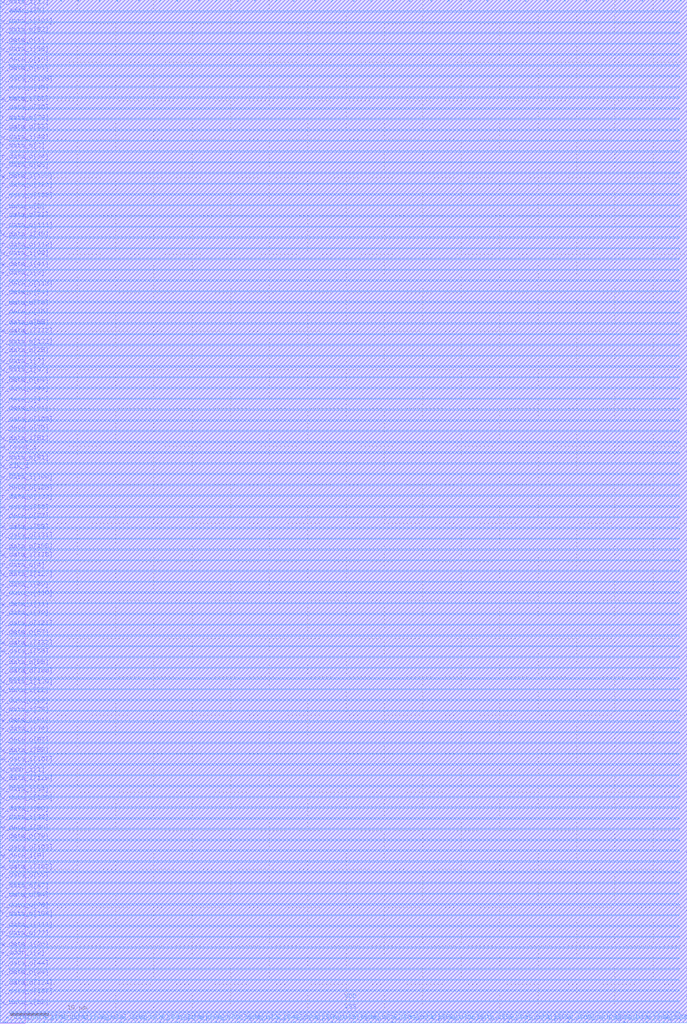
<source format=lef>
VERSION 5.8 ;
BUSBITCHARS "[]" ;
DIVIDERCHAR "/" ;
UNITS
    DATABASE MICRONS 2000 ;
END UNITS

MACRO bsg_mem_p134
  FOREIGN bsg_mem_p134 0 0 ;
  CLASS BLOCK ;
  SIZE 89.41 BY 133.115 ;
  PIN VSS
    USE GROUND ;
    DIRECTION INOUT ;
    PORT
      LAYER metal4 ;
        RECT  1.14 130.115 88.35 130.285 ;
        RECT  1.14 127.315 88.35 127.485 ;
        RECT  1.14 124.515 88.35 124.685 ;
        RECT  1.14 121.715 88.35 121.885 ;
        RECT  1.14 118.915 88.35 119.085 ;
        RECT  1.14 116.115 88.35 116.285 ;
        RECT  1.14 113.315 88.35 113.485 ;
        RECT  1.14 110.515 88.35 110.685 ;
        RECT  1.14 107.715 88.35 107.885 ;
        RECT  1.14 104.915 88.35 105.085 ;
        RECT  1.14 102.115 88.35 102.285 ;
        RECT  1.14 99.315 88.35 99.485 ;
        RECT  1.14 96.515 88.35 96.685 ;
        RECT  1.14 93.715 88.35 93.885 ;
        RECT  1.14 90.915 88.35 91.085 ;
        RECT  1.14 88.115 88.35 88.285 ;
        RECT  1.14 85.315 88.35 85.485 ;
        RECT  1.14 82.515 88.35 82.685 ;
        RECT  1.14 79.715 88.35 79.885 ;
        RECT  1.14 76.915 88.35 77.085 ;
        RECT  1.14 74.115 88.35 74.285 ;
        RECT  1.14 71.315 88.35 71.485 ;
        RECT  1.14 68.515 88.35 68.685 ;
        RECT  1.14 65.715 88.35 65.885 ;
        RECT  1.14 62.915 88.35 63.085 ;
        RECT  1.14 60.115 88.35 60.285 ;
        RECT  1.14 57.315 88.35 57.485 ;
        RECT  1.14 54.515 88.35 54.685 ;
        RECT  1.14 51.715 88.35 51.885 ;
        RECT  1.14 48.915 88.35 49.085 ;
        RECT  1.14 46.115 88.35 46.285 ;
        RECT  1.14 43.315 88.35 43.485 ;
        RECT  1.14 40.515 88.35 40.685 ;
        RECT  1.14 37.715 88.35 37.885 ;
        RECT  1.14 34.915 88.35 35.085 ;
        RECT  1.14 32.115 88.35 32.285 ;
        RECT  1.14 29.315 88.35 29.485 ;
        RECT  1.14 26.515 88.35 26.685 ;
        RECT  1.14 23.715 88.35 23.885 ;
        RECT  1.14 20.915 88.35 21.085 ;
        RECT  1.14 18.115 88.35 18.285 ;
        RECT  1.14 15.315 88.35 15.485 ;
        RECT  1.14 12.515 88.35 12.685 ;
        RECT  1.14 9.715 88.35 9.885 ;
        RECT  1.14 6.915 88.35 7.085 ;
        RECT  1.14 4.115 88.35 4.285 ;
        RECT  1.14 1.315 88.35 1.485 ;
    END
  END VSS
  PIN VDD
    USE POWER ;
    DIRECTION INOUT ;
    PORT
      LAYER metal4 ;
        RECT  1.14 131.515 88.35 131.685 ;
        RECT  1.14 128.715 88.35 128.885 ;
        RECT  1.14 125.915 88.35 126.085 ;
        RECT  1.14 123.115 88.35 123.285 ;
        RECT  1.14 120.315 88.35 120.485 ;
        RECT  1.14 117.515 88.35 117.685 ;
        RECT  1.14 114.715 88.35 114.885 ;
        RECT  1.14 111.915 88.35 112.085 ;
        RECT  1.14 109.115 88.35 109.285 ;
        RECT  1.14 106.315 88.35 106.485 ;
        RECT  1.14 103.515 88.35 103.685 ;
        RECT  1.14 100.715 88.35 100.885 ;
        RECT  1.14 97.915 88.35 98.085 ;
        RECT  1.14 95.115 88.35 95.285 ;
        RECT  1.14 92.315 88.35 92.485 ;
        RECT  1.14 89.515 88.35 89.685 ;
        RECT  1.14 86.715 88.35 86.885 ;
        RECT  1.14 83.915 88.35 84.085 ;
        RECT  1.14 81.115 88.35 81.285 ;
        RECT  1.14 78.315 88.35 78.485 ;
        RECT  1.14 75.515 88.35 75.685 ;
        RECT  1.14 72.715 88.35 72.885 ;
        RECT  1.14 69.915 88.35 70.085 ;
        RECT  1.14 67.115 88.35 67.285 ;
        RECT  1.14 64.315 88.35 64.485 ;
        RECT  1.14 61.515 88.35 61.685 ;
        RECT  1.14 58.715 88.35 58.885 ;
        RECT  1.14 55.915 88.35 56.085 ;
        RECT  1.14 53.115 88.35 53.285 ;
        RECT  1.14 50.315 88.35 50.485 ;
        RECT  1.14 47.515 88.35 47.685 ;
        RECT  1.14 44.715 88.35 44.885 ;
        RECT  1.14 41.915 88.35 42.085 ;
        RECT  1.14 39.115 88.35 39.285 ;
        RECT  1.14 36.315 88.35 36.485 ;
        RECT  1.14 33.515 88.35 33.685 ;
        RECT  1.14 30.715 88.35 30.885 ;
        RECT  1.14 27.915 88.35 28.085 ;
        RECT  1.14 25.115 88.35 25.285 ;
        RECT  1.14 22.315 88.35 22.485 ;
        RECT  1.14 19.515 88.35 19.685 ;
        RECT  1.14 16.715 88.35 16.885 ;
        RECT  1.14 13.915 88.35 14.085 ;
        RECT  1.14 11.115 88.35 11.285 ;
        RECT  1.14 8.315 88.35 8.485 ;
        RECT  1.14 5.515 88.35 5.685 ;
        RECT  1.14 2.715 88.35 2.885 ;
    END
  END VDD
  PIN r_addr_i[0]
    DIRECTION INPUT ;
    USE SIGNAL ;
    PORT
      LAYER metal3 ;
        RECT  0 131.075 0.07 131.145 ;
    END
  END r_addr_i[0]
  PIN r_addr_i[1]
    DIRECTION INPUT ;
    USE SIGNAL ;
    PORT
      LAYER metal4 ;
        RECT  63.305 0 63.445 0.14 ;
    END
  END r_addr_i[1]
  PIN r_addr_i[2]
    DIRECTION INPUT ;
    USE SIGNAL ;
    PORT
      LAYER metal4 ;
        RECT  88.505 132.975 88.645 133.115 ;
    END
  END r_addr_i[2]
  PIN r_data_o[0]
    DIRECTION OUTPUT ;
    USE SIGNAL ;
    PORT
      LAYER metal3 ;
        RECT  89.34 38.675 89.41 38.745 ;
    END
  END r_data_o[0]
  PIN r_data_o[100]
    DIRECTION OUTPUT ;
    USE SIGNAL ;
    PORT
      LAYER metal3 ;
        RECT  0 45.115 0.07 45.185 ;
    END
  END r_data_o[100]
  PIN r_data_o[101]
    DIRECTION OUTPUT ;
    USE SIGNAL ;
    PORT
      LAYER metal3 ;
        RECT  89.34 94.395 89.41 94.465 ;
    END
  END r_data_o[101]
  PIN r_data_o[102]
    DIRECTION OUTPUT ;
    USE SIGNAL ;
    PORT
      LAYER metal3 ;
        RECT  0 106.995 0.07 107.065 ;
    END
  END r_data_o[102]
  PIN r_data_o[103]
    DIRECTION OUTPUT ;
    USE SIGNAL ;
    PORT
      LAYER metal3 ;
        RECT  0 22.155 0.07 22.225 ;
    END
  END r_data_o[103]
  PIN r_data_o[104]
    DIRECTION OUTPUT ;
    USE SIGNAL ;
    PORT
      LAYER metal3 ;
        RECT  0 13.475 0.07 13.545 ;
    END
  END r_data_o[104]
  PIN r_data_o[105]
    DIRECTION OUTPUT ;
    USE SIGNAL ;
    PORT
      LAYER metal3 ;
        RECT  89.34 64.155 89.41 64.225 ;
    END
  END r_data_o[105]
  PIN r_data_o[106]
    DIRECTION OUTPUT ;
    USE SIGNAL ;
    PORT
      LAYER metal3 ;
        RECT  89.34 89.355 89.41 89.425 ;
    END
  END r_data_o[106]
  PIN r_data_o[107]
    DIRECTION OUTPUT ;
    USE SIGNAL ;
    PORT
      LAYER metal3 ;
        RECT  0 3.395 0.07 3.465 ;
    END
  END r_data_o[107]
  PIN r_data_o[108]
    DIRECTION OUTPUT ;
    USE SIGNAL ;
    PORT
      LAYER metal3 ;
        RECT  0 61.355 0.07 61.425 ;
    END
  END r_data_o[108]
  PIN r_data_o[109]
    DIRECTION OUTPUT ;
    USE SIGNAL ;
    PORT
      LAYER metal3 ;
        RECT  0 77.875 0.07 77.945 ;
    END
  END r_data_o[109]
  PIN r_data_o[10]
    DIRECTION OUTPUT ;
    USE SIGNAL ;
    PORT
      LAYER metal3 ;
        RECT  0 124.635 0.07 124.705 ;
    END
  END r_data_o[10]
  PIN r_data_o[110]
    DIRECTION OUTPUT ;
    USE SIGNAL ;
    PORT
      LAYER metal3 ;
        RECT  89.34 48.755 89.41 48.825 ;
    END
  END r_data_o[110]
  PIN r_data_o[111]
    DIRECTION OUTPUT ;
    USE SIGNAL ;
    PORT
      LAYER metal3 ;
        RECT  0 103.075 0.07 103.145 ;
    END
  END r_data_o[111]
  PIN r_data_o[112]
    DIRECTION OUTPUT ;
    USE SIGNAL ;
    PORT
      LAYER metal3 ;
        RECT  0 100.555 0.07 100.625 ;
    END
  END r_data_o[112]
  PIN r_data_o[113]
    DIRECTION OUTPUT ;
    USE SIGNAL ;
    PORT
      LAYER metal3 ;
        RECT  0 95.515 0.07 95.585 ;
    END
  END r_data_o[113]
  PIN r_data_o[114]
    DIRECTION OUTPUT ;
    USE SIGNAL ;
    PORT
      LAYER metal4 ;
        RECT  38.105 132.975 38.245 133.115 ;
    END
  END r_data_o[114]
  PIN r_data_o[115]
    DIRECTION OUTPUT ;
    USE SIGNAL ;
    PORT
      LAYER metal3 ;
        RECT  89.34 45.115 89.41 45.185 ;
    END
  END r_data_o[115]
  PIN r_data_o[116]
    DIRECTION OUTPUT ;
    USE SIGNAL ;
    PORT
      LAYER metal3 ;
        RECT  89.34 120.995 89.41 121.065 ;
    END
  END r_data_o[116]
  PIN r_data_o[117]
    DIRECTION OUTPUT ;
    USE SIGNAL ;
    PORT
      LAYER metal3 ;
        RECT  89.34 96.915 89.41 96.985 ;
    END
  END r_data_o[117]
  PIN r_data_o[118]
    DIRECTION OUTPUT ;
    USE SIGNAL ;
    PORT
      LAYER metal4 ;
        RECT  61.065 132.975 61.205 133.115 ;
    END
  END r_data_o[118]
  PIN r_data_o[119]
    DIRECTION OUTPUT ;
    USE SIGNAL ;
    PORT
      LAYER metal3 ;
        RECT  89.34 103.355 89.41 103.425 ;
    END
  END r_data_o[119]
  PIN r_data_o[11]
    DIRECTION OUTPUT ;
    USE SIGNAL ;
    PORT
      LAYER metal3 ;
        RECT  89.34 115.955 89.41 116.025 ;
    END
  END r_data_o[11]
  PIN r_data_o[120]
    DIRECTION OUTPUT ;
    USE SIGNAL ;
    PORT
      LAYER metal3 ;
        RECT  89.34 124.635 89.41 124.705 ;
    END
  END r_data_o[120]
  PIN r_data_o[121]
    DIRECTION OUTPUT ;
    USE SIGNAL ;
    PORT
      LAYER metal3 ;
        RECT  0 51.275 0.07 51.345 ;
    END
  END r_data_o[121]
  PIN r_data_o[122]
    DIRECTION OUTPUT ;
    USE SIGNAL ;
    PORT
      LAYER metal4 ;
        RECT  45.945 0 46.085 0.14 ;
    END
  END r_data_o[122]
  PIN r_data_o[123]
    DIRECTION OUTPUT ;
    USE SIGNAL ;
    PORT
      LAYER metal3 ;
        RECT  0 108.395 0.07 108.465 ;
    END
  END r_data_o[123]
  PIN r_data_o[124]
    DIRECTION OUTPUT ;
    USE SIGNAL ;
    PORT
      LAYER metal3 ;
        RECT  0 4.515 0.07 4.585 ;
    END
  END r_data_o[124]
  PIN r_data_o[125]
    DIRECTION OUTPUT ;
    USE SIGNAL ;
    PORT
      LAYER metal3 ;
        RECT  0 68.915 0.07 68.985 ;
    END
  END r_data_o[125]
  PIN r_data_o[126]
    DIRECTION OUTPUT ;
    USE SIGNAL ;
    PORT
      LAYER metal4 ;
        RECT  73.945 0 74.085 0.14 ;
    END
  END r_data_o[126]
  PIN r_data_o[127]
    DIRECTION OUTPUT ;
    USE SIGNAL ;
    PORT
      LAYER metal3 ;
        RECT  89.34 98.315 89.41 98.385 ;
    END
  END r_data_o[127]
  PIN r_data_o[128]
    DIRECTION OUTPUT ;
    USE SIGNAL ;
    PORT
      LAYER metal3 ;
        RECT  0 122.115 0.07 122.185 ;
    END
  END r_data_o[128]
  PIN r_data_o[129]
    DIRECTION OUTPUT ;
    USE SIGNAL ;
    PORT
      LAYER metal4 ;
        RECT  2.825 132.975 2.965 133.115 ;
    END
  END r_data_o[129]
  PIN r_data_o[12]
    DIRECTION OUTPUT ;
    USE SIGNAL ;
    PORT
      LAYER metal3 ;
        RECT  89.34 31.115 89.41 31.185 ;
    END
  END r_data_o[12]
  PIN r_data_o[130]
    DIRECTION OUTPUT ;
    USE SIGNAL ;
    PORT
      LAYER metal4 ;
        RECT  76.185 0 76.325 0.14 ;
    END
  END r_data_o[130]
  PIN r_data_o[131]
    DIRECTION OUTPUT ;
    USE SIGNAL ;
    PORT
      LAYER metal3 ;
        RECT  0 62.755 0.07 62.825 ;
    END
  END r_data_o[131]
  PIN r_data_o[132]
    DIRECTION OUTPUT ;
    USE SIGNAL ;
    PORT
      LAYER metal3 ;
        RECT  0 87.955 0.07 88.025 ;
    END
  END r_data_o[132]
  PIN r_data_o[133]
    DIRECTION OUTPUT ;
    USE SIGNAL ;
    PORT
      LAYER metal3 ;
        RECT  0 67.795 0.07 67.865 ;
    END
  END r_data_o[133]
  PIN r_data_o[13]
    DIRECTION OUTPUT ;
    USE SIGNAL ;
    PORT
      LAYER metal3 ;
        RECT  89.34 80.395 89.41 80.465 ;
    END
  END r_data_o[13]
  PIN r_data_o[14]
    DIRECTION OUTPUT ;
    USE SIGNAL ;
    PORT
      LAYER metal4 ;
        RECT  43.145 0 43.285 0.14 ;
    END
  END r_data_o[14]
  PIN r_data_o[15]
    DIRECTION OUTPUT ;
    USE SIGNAL ;
    PORT
      LAYER metal3 ;
        RECT  0 91.875 0.07 91.945 ;
    END
  END r_data_o[15]
  PIN r_data_o[16]
    DIRECTION OUTPUT ;
    USE SIGNAL ;
    PORT
      LAYER metal3 ;
        RECT  89.34 26.075 89.41 26.145 ;
    END
  END r_data_o[16]
  PIN r_data_o[17]
    DIRECTION OUTPUT ;
    USE SIGNAL ;
    PORT
      LAYER metal4 ;
        RECT  7.865 132.975 8.005 133.115 ;
    END
  END r_data_o[17]
  PIN r_data_o[18]
    DIRECTION OUTPUT ;
    USE SIGNAL ;
    PORT
      LAYER metal4 ;
        RECT  45.945 132.975 46.085 133.115 ;
    END
  END r_data_o[18]
  PIN r_data_o[19]
    DIRECTION OUTPUT ;
    USE SIGNAL ;
    PORT
      LAYER metal3 ;
        RECT  89.34 105.875 89.41 105.945 ;
    END
  END r_data_o[19]
  PIN r_data_o[1]
    DIRECTION OUTPUT ;
    USE SIGNAL ;
    PORT
      LAYER metal3 ;
        RECT  0 127.155 0.07 127.225 ;
    END
  END r_data_o[1]
  PIN r_data_o[20]
    DIRECTION OUTPUT ;
    USE SIGNAL ;
    PORT
      LAYER metal4 ;
        RECT  78.985 0 79.125 0.14 ;
    END
  END r_data_o[20]
  PIN r_data_o[21]
    DIRECTION OUTPUT ;
    USE SIGNAL ;
    PORT
      LAYER metal3 ;
        RECT  0 104.475 0.07 104.545 ;
    END
  END r_data_o[21]
  PIN r_data_o[22]
    DIRECTION OUTPUT ;
    USE SIGNAL ;
    PORT
      LAYER metal4 ;
        RECT  76.185 132.975 76.325 133.115 ;
    END
  END r_data_o[22]
  PIN r_data_o[23]
    DIRECTION OUTPUT ;
    USE SIGNAL ;
    PORT
      LAYER metal3 ;
        RECT  0 65.275 0.07 65.345 ;
    END
  END r_data_o[23]
  PIN r_data_o[24]
    DIRECTION OUTPUT ;
    USE SIGNAL ;
    PORT
      LAYER metal3 ;
        RECT  0 5.915 0.07 5.985 ;
    END
  END r_data_o[24]
  PIN r_data_o[25]
    DIRECTION OUTPUT ;
    USE SIGNAL ;
    PORT
      LAYER metal3 ;
        RECT  0 41.195 0.07 41.265 ;
    END
  END r_data_o[25]
  PIN r_data_o[26]
    DIRECTION OUTPUT ;
    USE SIGNAL ;
    PORT
      LAYER metal3 ;
        RECT  89.34 52.675 89.41 52.745 ;
    END
  END r_data_o[26]
  PIN r_data_o[27]
    DIRECTION OUTPUT ;
    USE SIGNAL ;
    PORT
      LAYER metal4 ;
        RECT  10.105 132.975 10.245 133.115 ;
    END
  END r_data_o[27]
  PIN r_data_o[28]
    DIRECTION OUTPUT ;
    USE SIGNAL ;
    PORT
      LAYER metal3 ;
        RECT  89.34 72.835 89.41 72.905 ;
    END
  END r_data_o[28]
  PIN r_data_o[29]
    DIRECTION OUTPUT ;
    USE SIGNAL ;
    PORT
      LAYER metal3 ;
        RECT  89.34 37.555 89.41 37.625 ;
    END
  END r_data_o[29]
  PIN r_data_o[2]
    DIRECTION OUTPUT ;
    USE SIGNAL ;
    PORT
      LAYER metal4 ;
        RECT  10.665 0 10.805 0.14 ;
    END
  END r_data_o[2]
  PIN r_data_o[30]
    DIRECTION OUTPUT ;
    USE SIGNAL ;
    PORT
      LAYER metal3 ;
        RECT  0 118.475 0.07 118.545 ;
    END
  END r_data_o[30]
  PIN r_data_o[31]
    DIRECTION OUTPUT ;
    USE SIGNAL ;
    PORT
      LAYER metal4 ;
        RECT  22.985 132.975 23.125 133.115 ;
    END
  END r_data_o[31]
  PIN r_data_o[32]
    DIRECTION OUTPUT ;
    USE SIGNAL ;
    PORT
      LAYER metal4 ;
        RECT  30.825 0 30.965 0.14 ;
    END
  END r_data_o[32]
  PIN r_data_o[33]
    DIRECTION OUTPUT ;
    USE SIGNAL ;
    PORT
      LAYER metal3 ;
        RECT  0 115.955 0.07 116.025 ;
    END
  END r_data_o[33]
  PIN r_data_o[34]
    DIRECTION OUTPUT ;
    USE SIGNAL ;
    PORT
      LAYER metal3 ;
        RECT  0 112.035 0.07 112.105 ;
    END
  END r_data_o[34]
  PIN r_data_o[35]
    DIRECTION OUTPUT ;
    USE SIGNAL ;
    PORT
      LAYER metal3 ;
        RECT  0 86.835 0.07 86.905 ;
    END
  END r_data_o[35]
  PIN r_data_o[36]
    DIRECTION OUTPUT ;
    USE SIGNAL ;
    PORT
      LAYER metal4 ;
        RECT  71.145 132.975 71.285 133.115 ;
    END
  END r_data_o[36]
  PIN r_data_o[37]
    DIRECTION OUTPUT ;
    USE SIGNAL ;
    PORT
      LAYER metal4 ;
        RECT  40.905 0 41.045 0.14 ;
    END
  END r_data_o[37]
  PIN r_data_o[38]
    DIRECTION OUTPUT ;
    USE SIGNAL ;
    PORT
      LAYER metal3 ;
        RECT  89.34 60.235 89.41 60.305 ;
    END
  END r_data_o[38]
  PIN r_data_o[39]
    DIRECTION OUTPUT ;
    USE SIGNAL ;
    PORT
      LAYER metal3 ;
        RECT  89.34 36.155 89.41 36.225 ;
    END
  END r_data_o[39]
  PIN r_data_o[3]
    DIRECTION OUTPUT ;
    USE SIGNAL ;
    PORT
      LAYER metal3 ;
        RECT  0 113.435 0.07 113.505 ;
    END
  END r_data_o[3]
  PIN r_data_o[40]
    DIRECTION OUTPUT ;
    USE SIGNAL ;
    PORT
      LAYER metal3 ;
        RECT  0 80.395 0.07 80.465 ;
    END
  END r_data_o[40]
  PIN r_data_o[41]
    DIRECTION OUTPUT ;
    USE SIGNAL ;
    PORT
      LAYER metal3 ;
        RECT  89.34 95.515 89.41 95.585 ;
    END
  END r_data_o[41]
  PIN r_data_o[42]
    DIRECTION OUTPUT ;
    USE SIGNAL ;
    PORT
      LAYER metal4 ;
        RECT  81.225 132.975 81.365 133.115 ;
    END
  END r_data_o[42]
  PIN r_data_o[43]
    DIRECTION OUTPUT ;
    USE SIGNAL ;
    PORT
      LAYER metal3 ;
        RECT  0 81.795 0.07 81.865 ;
    END
  END r_data_o[43]
  PIN r_data_o[44]
    DIRECTION OUTPUT ;
    USE SIGNAL ;
    PORT
      LAYER metal3 ;
        RECT  0 7.035 0.07 7.105 ;
    END
  END r_data_o[44]
  PIN r_data_o[45]
    DIRECTION OUTPUT ;
    USE SIGNAL ;
    PORT
      LAYER metal3 ;
        RECT  0 120.995 0.07 121.065 ;
    END
  END r_data_o[45]
  PIN r_data_o[46]
    DIRECTION OUTPUT ;
    USE SIGNAL ;
    PORT
      LAYER metal3 ;
        RECT  89.34 58.835 89.41 58.905 ;
    END
  END r_data_o[46]
  PIN r_data_o[47]
    DIRECTION OUTPUT ;
    USE SIGNAL ;
    PORT
      LAYER metal3 ;
        RECT  0 17.115 0.07 17.185 ;
    END
  END r_data_o[47]
  PIN r_data_o[48]
    DIRECTION OUTPUT ;
    USE SIGNAL ;
    PORT
      LAYER metal4 ;
        RECT  20.745 0 20.885 0.14 ;
    END
  END r_data_o[48]
  PIN r_data_o[49]
    DIRECTION OUTPUT ;
    USE SIGNAL ;
    PORT
      LAYER metal4 ;
        RECT  35.865 132.975 36.005 133.115 ;
    END
  END r_data_o[49]
  PIN r_data_o[4]
    DIRECTION OUTPUT ;
    USE SIGNAL ;
    PORT
      LAYER metal3 ;
        RECT  0 58.835 0.07 58.905 ;
    END
  END r_data_o[4]
  PIN r_data_o[50]
    DIRECTION OUTPUT ;
    USE SIGNAL ;
    PORT
      LAYER metal3 ;
        RECT  89.34 112.035 89.41 112.105 ;
    END
  END r_data_o[50]
  PIN r_data_o[51]
    DIRECTION OUTPUT ;
    USE SIGNAL ;
    PORT
      LAYER metal3 ;
        RECT  0 72.835 0.07 72.905 ;
    END
  END r_data_o[51]
  PIN r_data_o[52]
    DIRECTION OUTPUT ;
    USE SIGNAL ;
    PORT
      LAYER metal3 ;
        RECT  89.34 32.515 89.41 32.585 ;
    END
  END r_data_o[52]
  PIN r_data_o[53]
    DIRECTION OUTPUT ;
    USE SIGNAL ;
    PORT
      LAYER metal3 ;
        RECT  89.34 12.075 89.41 12.145 ;
    END
  END r_data_o[53]
  PIN r_data_o[54]
    DIRECTION OUTPUT ;
    USE SIGNAL ;
    PORT
      LAYER metal3 ;
        RECT  0 94.395 0.07 94.465 ;
    END
  END r_data_o[54]
  PIN r_data_o[55]
    DIRECTION OUTPUT ;
    USE SIGNAL ;
    PORT
      LAYER metal3 ;
        RECT  0 18.515 0.07 18.585 ;
    END
  END r_data_o[55]
  PIN r_data_o[56]
    DIRECTION OUTPUT ;
    USE SIGNAL ;
    PORT
      LAYER metal4 ;
        RECT  56.025 0 56.165 0.14 ;
    END
  END r_data_o[56]
  PIN r_data_o[57]
    DIRECTION OUTPUT ;
    USE SIGNAL ;
    PORT
      LAYER metal3 ;
        RECT  0 50.155 0.07 50.225 ;
    END
  END r_data_o[57]
  PIN r_data_o[58]
    DIRECTION OUTPUT ;
    USE SIGNAL ;
    PORT
      LAYER metal4 ;
        RECT  53.225 0 53.365 0.14 ;
    END
  END r_data_o[58]
  PIN r_data_o[59]
    DIRECTION OUTPUT ;
    USE SIGNAL ;
    PORT
      LAYER metal3 ;
        RECT  89.34 100.835 89.41 100.905 ;
    END
  END r_data_o[59]
  PIN r_data_o[5]
    DIRECTION OUTPUT ;
    USE SIGNAL ;
    PORT
      LAYER metal3 ;
        RECT  89.34 41.195 89.41 41.265 ;
    END
  END r_data_o[5]
  PIN r_data_o[60]
    DIRECTION OUTPUT ;
    USE SIGNAL ;
    PORT
      LAYER metal3 ;
        RECT  89.34 129.675 89.41 129.745 ;
    END
  END r_data_o[60]
  PIN r_data_o[61]
    DIRECTION OUTPUT ;
    USE SIGNAL ;
    PORT
      LAYER metal3 ;
        RECT  0 79.275 0.07 79.345 ;
    END
  END r_data_o[61]
  PIN r_data_o[62]
    DIRECTION OUTPUT ;
    USE SIGNAL ;
    PORT
      LAYER metal3 ;
        RECT  0 128.555 0.07 128.625 ;
    END
  END r_data_o[62]
  PIN r_data_o[63]
    DIRECTION OUTPUT ;
    USE SIGNAL ;
    PORT
      LAYER metal4 ;
        RECT  25.785 132.975 25.925 133.115 ;
    END
  END r_data_o[63]
  PIN r_data_o[64]
    DIRECTION OUTPUT ;
    USE SIGNAL ;
    PORT
      LAYER metal4 ;
        RECT  28.025 0 28.165 0.14 ;
    END
  END r_data_o[64]
  PIN r_data_o[65]
    DIRECTION OUTPUT ;
    USE SIGNAL ;
    PORT
      LAYER metal3 ;
        RECT  0 90.475 0.07 90.545 ;
    END
  END r_data_o[65]
  PIN r_data_o[66]
    DIRECTION OUTPUT ;
    USE SIGNAL ;
    PORT
      LAYER metal3 ;
        RECT  89.34 15.995 89.41 16.065 ;
    END
  END r_data_o[66]
  PIN r_data_o[67]
    DIRECTION OUTPUT ;
    USE SIGNAL ;
    PORT
      LAYER metal3 ;
        RECT  89.34 27.475 89.41 27.545 ;
    END
  END r_data_o[67]
  PIN r_data_o[68]
    DIRECTION OUTPUT ;
    USE SIGNAL ;
    PORT
      LAYER metal4 ;
        RECT  66.105 132.975 66.245 133.115 ;
    END
  END r_data_o[68]
  PIN r_data_o[69]
    DIRECTION OUTPUT ;
    USE SIGNAL ;
    PORT
      LAYER metal4 ;
        RECT  71.145 0 71.285 0.14 ;
    END
  END r_data_o[69]
  PIN r_data_o[6]
    DIRECTION OUTPUT ;
    USE SIGNAL ;
    PORT
      LAYER metal3 ;
        RECT  89.34 40.075 89.41 40.145 ;
    END
  END r_data_o[6]
  PIN r_data_o[70]
    DIRECTION OUTPUT ;
    USE SIGNAL ;
    PORT
      LAYER metal3 ;
        RECT  0 92.995 0.07 93.065 ;
    END
  END r_data_o[70]
  PIN r_data_o[71]
    DIRECTION OUTPUT ;
    USE SIGNAL ;
    PORT
      LAYER metal3 ;
        RECT  89.34 53.795 89.41 53.865 ;
    END
  END r_data_o[71]
  PIN r_data_o[72]
    DIRECTION OUTPUT ;
    USE SIGNAL ;
    PORT
      LAYER metal3 ;
        RECT  89.34 46.235 89.41 46.305 ;
    END
  END r_data_o[72]
  PIN r_data_o[73]
    DIRECTION OUTPUT ;
    USE SIGNAL ;
    PORT
      LAYER metal3 ;
        RECT  89.34 0.875 89.41 0.945 ;
    END
  END r_data_o[73]
  PIN r_data_o[74]
    DIRECTION OUTPUT ;
    USE SIGNAL ;
    PORT
      LAYER metal4 ;
        RECT  78.425 132.975 78.565 133.115 ;
    END
  END r_data_o[74]
  PIN r_data_o[75]
    DIRECTION OUTPUT ;
    USE SIGNAL ;
    PORT
      LAYER metal3 ;
        RECT  0 76.755 0.07 76.825 ;
    END
  END r_data_o[75]
  PIN r_data_o[76]
    DIRECTION OUTPUT ;
    USE SIGNAL ;
    PORT
      LAYER metal3 ;
        RECT  0 14.595 0.07 14.665 ;
    END
  END r_data_o[76]
  PIN r_data_o[77]
    DIRECTION OUTPUT ;
    USE SIGNAL ;
    PORT
      LAYER metal3 ;
        RECT  0 10.955 0.07 11.025 ;
    END
  END r_data_o[77]
  PIN r_data_o[78]
    DIRECTION OUTPUT ;
    USE SIGNAL ;
    PORT
      LAYER metal3 ;
        RECT  0 117.075 0.07 117.145 ;
    END
  END r_data_o[78]
  PIN r_data_o[79]
    DIRECTION OUTPUT ;
    USE SIGNAL ;
    PORT
      LAYER metal3 ;
        RECT  0 23.555 0.07 23.625 ;
    END
  END r_data_o[79]
  PIN r_data_o[7]
    DIRECTION OUTPUT ;
    USE SIGNAL ;
    PORT
      LAYER metal3 ;
        RECT  89.34 21.035 89.41 21.105 ;
    END
  END r_data_o[7]
  PIN r_data_o[80]
    DIRECTION OUTPUT ;
    USE SIGNAL ;
    PORT
      LAYER metal3 ;
        RECT  89.34 47.635 89.41 47.705 ;
    END
  END r_data_o[80]
  PIN r_data_o[81]
    DIRECTION OUTPUT ;
    USE SIGNAL ;
    PORT
      LAYER metal3 ;
        RECT  0 123.515 0.07 123.585 ;
    END
  END r_data_o[81]
  PIN r_data_o[82]
    DIRECTION OUTPUT ;
    USE SIGNAL ;
    PORT
      LAYER metal4 ;
        RECT  12.905 132.975 13.045 133.115 ;
    END
  END r_data_o[82]
  PIN r_data_o[83]
    DIRECTION OUTPUT ;
    USE SIGNAL ;
    PORT
      LAYER metal3 ;
        RECT  89.34 92.995 89.41 93.065 ;
    END
  END r_data_o[83]
  PIN r_data_o[84]
    DIRECTION OUTPUT ;
    USE SIGNAL ;
    PORT
      LAYER metal3 ;
        RECT  0 82.915 0.07 82.985 ;
    END
  END r_data_o[84]
  PIN r_data_o[85]
    DIRECTION OUTPUT ;
    USE SIGNAL ;
    PORT
      LAYER metal3 ;
        RECT  0 110.915 0.07 110.985 ;
    END
  END r_data_o[85]
  PIN r_data_o[86]
    DIRECTION OUTPUT ;
    USE SIGNAL ;
    PORT
      LAYER metal3 ;
        RECT  89.34 10.955 89.41 11.025 ;
    END
  END r_data_o[86]
  PIN r_data_o[87]
    DIRECTION OUTPUT ;
    USE SIGNAL ;
    PORT
      LAYER metal3 ;
        RECT  89.34 99.435 89.41 99.505 ;
    END
  END r_data_o[87]
  PIN r_data_o[88]
    DIRECTION OUTPUT ;
    USE SIGNAL ;
    PORT
      LAYER metal4 ;
        RECT  22.985 0 23.125 0.14 ;
    END
  END r_data_o[88]
  PIN r_data_o[89]
    DIRECTION OUTPUT ;
    USE SIGNAL ;
    PORT
      LAYER metal3 ;
        RECT  89.34 51.275 89.41 51.345 ;
    END
  END r_data_o[89]
  PIN r_data_o[8]
    DIRECTION OUTPUT ;
    USE SIGNAL ;
    PORT
      LAYER metal3 ;
        RECT  0 105.595 0.07 105.665 ;
    END
  END r_data_o[8]
  PIN r_data_o[90]
    DIRECTION OUTPUT ;
    USE SIGNAL ;
    PORT
      LAYER metal3 ;
        RECT  89.34 82.915 89.41 82.985 ;
    END
  END r_data_o[90]
  PIN r_data_o[91]
    DIRECTION OUTPUT ;
    USE SIGNAL ;
    PORT
      LAYER metal3 ;
        RECT  89.34 74.235 89.41 74.305 ;
    END
  END r_data_o[91]
  PIN r_data_o[92]
    DIRECTION OUTPUT ;
    USE SIGNAL ;
    PORT
      LAYER metal3 ;
        RECT  89.34 119.595 89.41 119.665 ;
    END
  END r_data_o[92]
  PIN r_data_o[93]
    DIRECTION OUTPUT ;
    USE SIGNAL ;
    PORT
      LAYER metal3 ;
        RECT  89.34 71.715 89.41 71.785 ;
    END
  END r_data_o[93]
  PIN r_data_o[94]
    DIRECTION OUTPUT ;
    USE SIGNAL ;
    PORT
      LAYER metal3 ;
        RECT  0 15.995 0.07 16.065 ;
    END
  END r_data_o[94]
  PIN r_data_o[95]
    DIRECTION OUTPUT ;
    USE SIGNAL ;
    PORT
      LAYER metal3 ;
        RECT  89.34 91.875 89.41 91.945 ;
    END
  END r_data_o[95]
  PIN r_data_o[96]
    DIRECTION OUTPUT ;
    USE SIGNAL ;
    PORT
      LAYER metal3 ;
        RECT  0 46.235 0.07 46.305 ;
    END
  END r_data_o[96]
  PIN r_data_o[97]
    DIRECTION OUTPUT ;
    USE SIGNAL ;
    PORT
      LAYER metal3 ;
        RECT  0 36.155 0.07 36.225 ;
    END
  END r_data_o[97]
  PIN r_data_o[98]
    DIRECTION OUTPUT ;
    USE SIGNAL ;
    PORT
      LAYER metal3 ;
        RECT  89.34 5.915 89.41 5.985 ;
    END
  END r_data_o[98]
  PIN r_data_o[99]
    DIRECTION OUTPUT ;
    USE SIGNAL ;
    PORT
      LAYER metal4 ;
        RECT  68.345 0 68.485 0.14 ;
    END
  END r_data_o[99]
  PIN r_data_o[9]
    DIRECTION OUTPUT ;
    USE SIGNAL ;
    PORT
      LAYER metal4 ;
        RECT  58.265 132.975 58.405 133.115 ;
    END
  END r_data_o[9]
  PIN r_v_i
    DIRECTION INPUT ;
    USE SIGNAL ;
    PORT
      LAYER metal3 ;
        RECT  89.34 90.475 89.41 90.545 ;
    END
  END r_v_i
  PIN w_addr_i[0]
    DIRECTION INPUT ;
    USE SIGNAL ;
    PORT
      LAYER metal3 ;
        RECT  89.34 29.995 89.41 30.065 ;
    END
  END w_addr_i[0]
  PIN w_addr_i[1]
    DIRECTION INPUT ;
    USE SIGNAL ;
    PORT
      LAYER metal3 ;
        RECT  0 32.235 0.07 32.305 ;
    END
  END w_addr_i[1]
  PIN w_addr_i[2]
    DIRECTION INPUT ;
    USE SIGNAL ;
    PORT
      LAYER metal3 ;
        RECT  0 8.435 0.07 8.505 ;
    END
  END w_addr_i[2]
  PIN w_clk_i
    DIRECTION INPUT ;
    USE SIGNAL ;
    PORT
      LAYER metal3 ;
        RECT  0 71.715 0.07 71.785 ;
    END
  END w_clk_i
  PIN w_data_i[0]
    DIRECTION INPUT ;
    USE SIGNAL ;
    PORT
      LAYER metal4 ;
        RECT  58.265 0 58.405 0.14 ;
    END
  END w_data_i[0]
  PIN w_data_i[100]
    DIRECTION INPUT ;
    USE SIGNAL ;
    PORT
      LAYER metal3 ;
        RECT  0 70.315 0.07 70.385 ;
    END
  END w_data_i[100]
  PIN w_data_i[101]
    DIRECTION INPUT ;
    USE SIGNAL ;
    PORT
      LAYER metal3 ;
        RECT  0 129.675 0.07 129.745 ;
    END
  END w_data_i[101]
  PIN w_data_i[102]
    DIRECTION INPUT ;
    USE SIGNAL ;
    PORT
      LAYER metal3 ;
        RECT  0 19.635 0.07 19.705 ;
    END
  END w_data_i[102]
  PIN w_data_i[103]
    DIRECTION INPUT ;
    USE SIGNAL ;
    PORT
      LAYER metal3 ;
        RECT  89.34 7.035 89.41 7.105 ;
    END
  END w_data_i[103]
  PIN w_data_i[104]
    DIRECTION INPUT ;
    USE SIGNAL ;
    PORT
      LAYER metal3 ;
        RECT  89.34 57.715 89.41 57.785 ;
    END
  END w_data_i[104]
  PIN w_data_i[105]
    DIRECTION INPUT ;
    USE SIGNAL ;
    PORT
      LAYER metal3 ;
        RECT  89.34 70.315 89.41 70.385 ;
    END
  END w_data_i[105]
  PIN w_data_i[106]
    DIRECTION INPUT ;
    USE SIGNAL ;
    PORT
      LAYER metal4 ;
        RECT  48.185 132.975 48.325 133.115 ;
    END
  END w_data_i[106]
  PIN w_data_i[107]
    DIRECTION INPUT ;
    USE SIGNAL ;
    PORT
      LAYER metal3 ;
        RECT  0 33.635 0.07 33.705 ;
    END
  END w_data_i[107]
  PIN w_data_i[108]
    DIRECTION INPUT ;
    USE SIGNAL ;
    PORT
      LAYER metal4 ;
        RECT  20.745 132.975 20.885 133.115 ;
    END
  END w_data_i[108]
  PIN w_data_i[109]
    DIRECTION INPUT ;
    USE SIGNAL ;
    PORT
      LAYER metal3 ;
        RECT  89.34 69.195 89.41 69.265 ;
    END
  END w_data_i[109]
  PIN w_data_i[10]
    DIRECTION INPUT ;
    USE SIGNAL ;
    PORT
      LAYER metal3 ;
        RECT  89.34 117.075 89.41 117.145 ;
    END
  END w_data_i[10]
  PIN w_data_i[110]
    DIRECTION INPUT ;
    USE SIGNAL ;
    PORT
      LAYER metal3 ;
        RECT  89.34 61.355 89.41 61.425 ;
    END
  END w_data_i[110]
  PIN w_data_i[111]
    DIRECTION INPUT ;
    USE SIGNAL ;
    PORT
      LAYER metal3 ;
        RECT  0 12.075 0.07 12.145 ;
    END
  END w_data_i[111]
  PIN w_data_i[112]
    DIRECTION INPUT ;
    USE SIGNAL ;
    PORT
      LAYER metal3 ;
        RECT  0 89.355 0.07 89.425 ;
    END
  END w_data_i[112]
  PIN w_data_i[113]
    DIRECTION INPUT ;
    USE SIGNAL ;
    PORT
      LAYER metal3 ;
        RECT  89.34 33.635 89.41 33.705 ;
    END
  END w_data_i[113]
  PIN w_data_i[114]
    DIRECTION INPUT ;
    USE SIGNAL ;
    PORT
      LAYER metal3 ;
        RECT  89.34 126.035 89.41 126.105 ;
    END
  END w_data_i[114]
  PIN w_data_i[115]
    DIRECTION INPUT ;
    USE SIGNAL ;
    PORT
      LAYER metal3 ;
        RECT  89.34 22.155 89.41 22.225 ;
    END
  END w_data_i[115]
  PIN w_data_i[116]
    DIRECTION INPUT ;
    USE SIGNAL ;
    PORT
      LAYER metal4 ;
        RECT  17.945 132.975 18.085 133.115 ;
    END
  END w_data_i[116]
  PIN w_data_i[117]
    DIRECTION INPUT ;
    USE SIGNAL ;
    PORT
      LAYER metal4 ;
        RECT  17.945 0 18.085 0.14 ;
    END
  END w_data_i[117]
  PIN w_data_i[118]
    DIRECTION INPUT ;
    USE SIGNAL ;
    PORT
      LAYER metal3 ;
        RECT  0 60.235 0.07 60.305 ;
    END
  END w_data_i[118]
  PIN w_data_i[119]
    DIRECTION INPUT ;
    USE SIGNAL ;
    PORT
      LAYER metal3 ;
        RECT  0 55.195 0.07 55.265 ;
    END
  END w_data_i[119]
  PIN w_data_i[11]
    DIRECTION INPUT ;
    USE SIGNAL ;
    PORT
      LAYER metal3 ;
        RECT  0 53.795 0.07 53.865 ;
    END
  END w_data_i[11]
  PIN w_data_i[120]
    DIRECTION INPUT ;
    USE SIGNAL ;
    PORT
      LAYER metal3 ;
        RECT  0 28.595 0.07 28.665 ;
    END
  END w_data_i[120]
  PIN w_data_i[121]
    DIRECTION INPUT ;
    USE SIGNAL ;
    PORT
      LAYER metal3 ;
        RECT  89.34 24.675 89.41 24.745 ;
    END
  END w_data_i[121]
  PIN w_data_i[122]
    DIRECTION INPUT ;
    USE SIGNAL ;
    PORT
      LAYER metal4 ;
        RECT  50.985 132.975 51.125 133.115 ;
    END
  END w_data_i[122]
  PIN w_data_i[123]
    DIRECTION INPUT ;
    USE SIGNAL ;
    PORT
      LAYER metal3 ;
        RECT  89.34 110.915 89.41 110.985 ;
    END
  END w_data_i[123]
  PIN w_data_i[124]
    DIRECTION INPUT ;
    USE SIGNAL ;
    PORT
      LAYER metal3 ;
        RECT  89.34 84.315 89.41 84.385 ;
    END
  END w_data_i[124]
  PIN w_data_i[125]
    DIRECTION INPUT ;
    USE SIGNAL ;
    PORT
      LAYER metal4 ;
        RECT  40.905 132.975 41.045 133.115 ;
    END
  END w_data_i[125]
  PIN w_data_i[126]
    DIRECTION INPUT ;
    USE SIGNAL ;
    PORT
      LAYER metal4 ;
        RECT  53.225 132.975 53.365 133.115 ;
    END
  END w_data_i[126]
  PIN w_data_i[127]
    DIRECTION INPUT ;
    USE SIGNAL ;
    PORT
      LAYER metal3 ;
        RECT  0 57.715 0.07 57.785 ;
    END
  END w_data_i[127]
  PIN w_data_i[128]
    DIRECTION INPUT ;
    USE SIGNAL ;
    PORT
      LAYER metal4 ;
        RECT  28.025 132.975 28.165 133.115 ;
    END
  END w_data_i[128]
  PIN w_data_i[129]
    DIRECTION INPUT ;
    USE SIGNAL ;
    PORT
      LAYER metal3 ;
        RECT  0 31.115 0.07 31.185 ;
    END
  END w_data_i[129]
  PIN w_data_i[12]
    DIRECTION INPUT ;
    USE SIGNAL ;
    PORT
      LAYER metal3 ;
        RECT  89.34 128.555 89.41 128.625 ;
    END
  END w_data_i[12]
  PIN w_data_i[130]
    DIRECTION INPUT ;
    USE SIGNAL ;
    PORT
      LAYER metal3 ;
        RECT  0 43.715 0.07 43.785 ;
    END
  END w_data_i[130]
  PIN w_data_i[131]
    DIRECTION INPUT ;
    USE SIGNAL ;
    PORT
      LAYER metal4 ;
        RECT  5.065 132.975 5.205 133.115 ;
    END
  END w_data_i[131]
  PIN w_data_i[132]
    DIRECTION INPUT ;
    USE SIGNAL ;
    PORT
      LAYER metal3 ;
        RECT  0 48.755 0.07 48.825 ;
    END
  END w_data_i[132]
  PIN w_data_i[133]
    DIRECTION INPUT ;
    USE SIGNAL ;
    PORT
      LAYER metal3 ;
        RECT  0 109.515 0.07 109.585 ;
    END
  END w_data_i[133]
  PIN w_data_i[13]
    DIRECTION INPUT ;
    USE SIGNAL ;
    PORT
      LAYER metal3 ;
        RECT  89.34 85.435 89.41 85.505 ;
    END
  END w_data_i[13]
  PIN w_data_i[14]
    DIRECTION INPUT ;
    USE SIGNAL ;
    PORT
      LAYER metal3 ;
        RECT  89.34 81.795 89.41 81.865 ;
    END
  END w_data_i[14]
  PIN w_data_i[15]
    DIRECTION INPUT ;
    USE SIGNAL ;
    PORT
      LAYER metal3 ;
        RECT  89.34 4.515 89.41 4.585 ;
    END
  END w_data_i[15]
  PIN w_data_i[16]
    DIRECTION INPUT ;
    USE SIGNAL ;
    PORT
      LAYER metal3 ;
        RECT  89.34 76.755 89.41 76.825 ;
    END
  END w_data_i[16]
  PIN w_data_i[17]
    DIRECTION INPUT ;
    USE SIGNAL ;
    PORT
      LAYER metal3 ;
        RECT  89.34 55.195 89.41 55.265 ;
    END
  END w_data_i[17]
  PIN w_data_i[18]
    DIRECTION INPUT ;
    USE SIGNAL ;
    PORT
      LAYER metal3 ;
        RECT  89.34 28.595 89.41 28.665 ;
    END
  END w_data_i[18]
  PIN w_data_i[19]
    DIRECTION INPUT ;
    USE SIGNAL ;
    PORT
      LAYER metal4 ;
        RECT  83.465 132.975 83.605 133.115 ;
    END
  END w_data_i[19]
  PIN w_data_i[1]
    DIRECTION INPUT ;
    USE SIGNAL ;
    PORT
      LAYER metal3 ;
        RECT  89.34 113.435 89.41 113.505 ;
    END
  END w_data_i[1]
  PIN w_data_i[20]
    DIRECTION INPUT ;
    USE SIGNAL ;
    PORT
      LAYER metal4 ;
        RECT  86.265 0 86.405 0.14 ;
    END
  END w_data_i[20]
  PIN w_data_i[21]
    DIRECTION INPUT ;
    USE SIGNAL ;
    PORT
      LAYER metal3 ;
        RECT  89.34 18.515 89.41 18.585 ;
    END
  END w_data_i[21]
  PIN w_data_i[22]
    DIRECTION INPUT ;
    USE SIGNAL ;
    PORT
      LAYER metal3 ;
        RECT  0 42.595 0.07 42.665 ;
    END
  END w_data_i[22]
  PIN w_data_i[23]
    DIRECTION INPUT ;
    USE SIGNAL ;
    PORT
      LAYER metal3 ;
        RECT  0 132.195 0.07 132.265 ;
    END
  END w_data_i[23]
  PIN w_data_i[24]
    DIRECTION INPUT ;
    USE SIGNAL ;
    PORT
      LAYER metal4 ;
        RECT  84.025 0 84.165 0.14 ;
    END
  END w_data_i[24]
  PIN w_data_i[25]
    DIRECTION INPUT ;
    USE SIGNAL ;
    PORT
      LAYER metal4 ;
        RECT  15.705 0 15.845 0.14 ;
    END
  END w_data_i[25]
  PIN w_data_i[26]
    DIRECTION INPUT ;
    USE SIGNAL ;
    PORT
      LAYER metal3 ;
        RECT  0 9.555 0.07 9.625 ;
    END
  END w_data_i[26]
  PIN w_data_i[27]
    DIRECTION INPUT ;
    USE SIGNAL ;
    PORT
      LAYER metal3 ;
        RECT  89.34 79.275 89.41 79.345 ;
    END
  END w_data_i[27]
  PIN w_data_i[28]
    DIRECTION INPUT ;
    USE SIGNAL ;
    PORT
      LAYER metal3 ;
        RECT  89.34 108.395 89.41 108.465 ;
    END
  END w_data_i[28]
  PIN w_data_i[29]
    DIRECTION INPUT ;
    USE SIGNAL ;
    PORT
      LAYER metal4 ;
        RECT  61.065 0 61.205 0.14 ;
    END
  END w_data_i[29]
  PIN w_data_i[2]
    DIRECTION INPUT ;
    USE SIGNAL ;
    PORT
      LAYER metal3 ;
        RECT  89.34 127.155 89.41 127.225 ;
    END
  END w_data_i[2]
  PIN w_data_i[30]
    DIRECTION INPUT ;
    USE SIGNAL ;
    PORT
      LAYER metal3 ;
        RECT  89.34 67.795 89.41 67.865 ;
    END
  END w_data_i[30]
  PIN w_data_i[31]
    DIRECTION INPUT ;
    USE SIGNAL ;
    PORT
      LAYER metal3 ;
        RECT  89.34 17.115 89.41 17.185 ;
    END
  END w_data_i[31]
  PIN w_data_i[32]
    DIRECTION INPUT ;
    USE SIGNAL ;
    PORT
      LAYER metal3 ;
        RECT  89.34 131.075 89.41 131.145 ;
    END
  END w_data_i[32]
  PIN w_data_i[33]
    DIRECTION INPUT ;
    USE SIGNAL ;
    PORT
      LAYER metal3 ;
        RECT  89.34 14.595 89.41 14.665 ;
    END
  END w_data_i[33]
  PIN w_data_i[34]
    DIRECTION INPUT ;
    USE SIGNAL ;
    PORT
      LAYER metal4 ;
        RECT  48.185 0 48.325 0.14 ;
    END
  END w_data_i[34]
  PIN w_data_i[35]
    DIRECTION INPUT ;
    USE SIGNAL ;
    PORT
      LAYER metal4 ;
        RECT  7.865 0 8.005 0.14 ;
    END
  END w_data_i[35]
  PIN w_data_i[36]
    DIRECTION INPUT ;
    USE SIGNAL ;
    PORT
      LAYER metal3 ;
        RECT  89.34 35.035 89.41 35.105 ;
    END
  END w_data_i[36]
  PIN w_data_i[37]
    DIRECTION INPUT ;
    USE SIGNAL ;
    PORT
      LAYER metal3 ;
        RECT  89.34 56.315 89.41 56.385 ;
    END
  END w_data_i[37]
  PIN w_data_i[38]
    DIRECTION INPUT ;
    USE SIGNAL ;
    PORT
      LAYER metal3 ;
        RECT  0 26.075 0.07 26.145 ;
    END
  END w_data_i[38]
  PIN w_data_i[39]
    DIRECTION INPUT ;
    USE SIGNAL ;
    PORT
      LAYER metal3 ;
        RECT  89.34 104.475 89.41 104.545 ;
    END
  END w_data_i[39]
  PIN w_data_i[3]
    DIRECTION INPUT ;
    USE SIGNAL ;
    PORT
      LAYER metal3 ;
        RECT  0 96.915 0.07 96.985 ;
    END
  END w_data_i[3]
  PIN w_data_i[40]
    DIRECTION INPUT ;
    USE SIGNAL ;
    PORT
      LAYER metal3 ;
        RECT  0 101.955 0.07 102.025 ;
    END
  END w_data_i[40]
  PIN w_data_i[41]
    DIRECTION INPUT ;
    USE SIGNAL ;
    PORT
      LAYER metal3 ;
        RECT  0 98.035 0.07 98.105 ;
    END
  END w_data_i[41]
  PIN w_data_i[42]
    DIRECTION INPUT ;
    USE SIGNAL ;
    PORT
      LAYER metal4 ;
        RECT  5.625 0 5.765 0.14 ;
    END
  END w_data_i[42]
  PIN w_data_i[43]
    DIRECTION INPUT ;
    USE SIGNAL ;
    PORT
      LAYER metal4 ;
        RECT  33.065 0 33.205 0.14 ;
    END
  END w_data_i[43]
  PIN w_data_i[44]
    DIRECTION INPUT ;
    USE SIGNAL ;
    PORT
      LAYER metal3 ;
        RECT  89.34 77.875 89.41 77.945 ;
    END
  END w_data_i[44]
  PIN w_data_i[45]
    DIRECTION INPUT ;
    USE SIGNAL ;
    PORT
      LAYER metal3 ;
        RECT  89.34 1.995 89.41 2.065 ;
    END
  END w_data_i[45]
  PIN w_data_i[46]
    DIRECTION INPUT ;
    USE SIGNAL ;
    PORT
      LAYER metal4 ;
        RECT  68.345 132.975 68.485 133.115 ;
    END
  END w_data_i[46]
  PIN w_data_i[47]
    DIRECTION INPUT ;
    USE SIGNAL ;
    PORT
      LAYER metal3 ;
        RECT  89.34 123.515 89.41 123.585 ;
    END
  END w_data_i[47]
  PIN w_data_i[48]
    DIRECTION INPUT ;
    USE SIGNAL ;
    PORT
      LAYER metal3 ;
        RECT  0 114.555 0.07 114.625 ;
    END
  END w_data_i[48]
  PIN w_data_i[49]
    DIRECTION INPUT ;
    USE SIGNAL ;
    PORT
      LAYER metal3 ;
        RECT  0 56.315 0.07 56.385 ;
    END
  END w_data_i[49]
  PIN w_data_i[4]
    DIRECTION INPUT ;
    USE SIGNAL ;
    PORT
      LAYER metal3 ;
        RECT  89.34 86.835 89.41 86.905 ;
    END
  END w_data_i[4]
  PIN w_data_i[50]
    DIRECTION INPUT ;
    USE SIGNAL ;
    PORT
      LAYER metal3 ;
        RECT  89.34 122.115 89.41 122.185 ;
    END
  END w_data_i[50]
  PIN w_data_i[51]
    DIRECTION INPUT ;
    USE SIGNAL ;
    PORT
      LAYER metal3 ;
        RECT  0 75.355 0.07 75.425 ;
    END
  END w_data_i[51]
  PIN w_data_i[52]
    DIRECTION INPUT ;
    USE SIGNAL ;
    PORT
      LAYER metal3 ;
        RECT  89.34 101.955 89.41 102.025 ;
    END
  END w_data_i[52]
  PIN w_data_i[53]
    DIRECTION INPUT ;
    USE SIGNAL ;
    PORT
      LAYER metal3 ;
        RECT  89.34 65.275 89.41 65.345 ;
    END
  END w_data_i[53]
  PIN w_data_i[54]
    DIRECTION INPUT ;
    USE SIGNAL ;
    PORT
      LAYER metal3 ;
        RECT  0 29.715 0.07 29.785 ;
    END
  END w_data_i[54]
  PIN w_data_i[55]
    DIRECTION INPUT ;
    USE SIGNAL ;
    PORT
      LAYER metal4 ;
        RECT  86.265 132.975 86.405 133.115 ;
    END
  END w_data_i[55]
  PIN w_data_i[56]
    DIRECTION INPUT ;
    USE SIGNAL ;
    PORT
      LAYER metal3 ;
        RECT  0 126.035 0.07 126.105 ;
    END
  END w_data_i[56]
  PIN w_data_i[57]
    DIRECTION INPUT ;
    USE SIGNAL ;
    PORT
      LAYER metal4 ;
        RECT  50.985 0 51.125 0.14 ;
    END
  END w_data_i[57]
  PIN w_data_i[58]
    DIRECTION INPUT ;
    USE SIGNAL ;
    PORT
      LAYER metal3 ;
        RECT  0 47.635 0.07 47.705 ;
    END
  END w_data_i[58]
  PIN w_data_i[59]
    DIRECTION INPUT ;
    USE SIGNAL ;
    PORT
      LAYER metal3 ;
        RECT  0 34.755 0.07 34.825 ;
    END
  END w_data_i[59]
  PIN w_data_i[5]
    DIRECTION INPUT ;
    USE SIGNAL ;
    PORT
      LAYER metal3 ;
        RECT  89.34 62.755 89.41 62.825 ;
    END
  END w_data_i[5]
  PIN w_data_i[60]
    DIRECTION INPUT ;
    USE SIGNAL ;
    PORT
      LAYER metal3 ;
        RECT  0 66.395 0.07 66.465 ;
    END
  END w_data_i[60]
  PIN w_data_i[61]
    DIRECTION INPUT ;
    USE SIGNAL ;
    PORT
      LAYER metal3 ;
        RECT  89.34 42.595 89.41 42.665 ;
    END
  END w_data_i[61]
  PIN w_data_i[62]
    DIRECTION INPUT ;
    USE SIGNAL ;
    PORT
      LAYER metal4 ;
        RECT  25.785 0 25.925 0.14 ;
    END
  END w_data_i[62]
  PIN w_data_i[63]
    DIRECTION INPUT ;
    USE SIGNAL ;
    PORT
      LAYER metal4 ;
        RECT  81.225 0 81.365 0.14 ;
    END
  END w_data_i[63]
  PIN w_data_i[64]
    DIRECTION INPUT ;
    USE SIGNAL ;
    PORT
      LAYER metal3 ;
        RECT  89.34 75.355 89.41 75.425 ;
    END
  END w_data_i[64]
  PIN w_data_i[65]
    DIRECTION INPUT ;
    USE SIGNAL ;
    PORT
      LAYER metal4 ;
        RECT  73.385 132.975 73.525 133.115 ;
    END
  END w_data_i[65]
  PIN w_data_i[66]
    DIRECTION INPUT ;
    USE SIGNAL ;
    PORT
      LAYER metal3 ;
        RECT  89.34 114.555 89.41 114.625 ;
    END
  END w_data_i[66]
  PIN w_data_i[67]
    DIRECTION INPUT ;
    USE SIGNAL ;
    PORT
      LAYER metal3 ;
        RECT  89.34 43.715 89.41 43.785 ;
    END
  END w_data_i[67]
  PIN w_data_i[68]
    DIRECTION INPUT ;
    USE SIGNAL ;
    PORT
      LAYER metal3 ;
        RECT  0 27.195 0.07 27.265 ;
    END
  END w_data_i[68]
  PIN w_data_i[69]
    DIRECTION INPUT ;
    USE SIGNAL ;
    PORT
      LAYER metal3 ;
        RECT  0 1.995 0.07 2.065 ;
    END
  END w_data_i[69]
  PIN w_data_i[6]
    DIRECTION INPUT ;
    USE SIGNAL ;
    PORT
      LAYER metal4 ;
        RECT  2.825 0 2.965 0.14 ;
    END
  END w_data_i[6]
  PIN w_data_i[70]
    DIRECTION INPUT ;
    USE SIGNAL ;
    PORT
      LAYER metal3 ;
        RECT  89.34 118.475 89.41 118.545 ;
    END
  END w_data_i[70]
  PIN w_data_i[71]
    DIRECTION INPUT ;
    USE SIGNAL ;
    PORT
      LAYER metal4 ;
        RECT  63.305 132.975 63.445 133.115 ;
    END
  END w_data_i[71]
  PIN w_data_i[72]
    DIRECTION INPUT ;
    USE SIGNAL ;
    PORT
      LAYER metal3 ;
        RECT  89.34 50.155 89.41 50.225 ;
    END
  END w_data_i[72]
  PIN w_data_i[73]
    DIRECTION INPUT ;
    USE SIGNAL ;
    PORT
      LAYER metal4 ;
        RECT  56.025 132.975 56.165 133.115 ;
    END
  END w_data_i[73]
  PIN w_data_i[74]
    DIRECTION INPUT ;
    USE SIGNAL ;
    PORT
      LAYER metal3 ;
        RECT  0 37.555 0.07 37.625 ;
    END
  END w_data_i[74]
  PIN w_data_i[75]
    DIRECTION INPUT ;
    USE SIGNAL ;
    PORT
      LAYER metal3 ;
        RECT  0 40.075 0.07 40.145 ;
    END
  END w_data_i[75]
  PIN w_data_i[76]
    DIRECTION INPUT ;
    USE SIGNAL ;
    PORT
      LAYER metal3 ;
        RECT  89.34 13.475 89.41 13.545 ;
    END
  END w_data_i[76]
  PIN w_data_i[77]
    DIRECTION INPUT ;
    USE SIGNAL ;
    PORT
      LAYER metal4 ;
        RECT  0.585 0 0.725 0.14 ;
    END
  END w_data_i[77]
  PIN w_data_i[78]
    DIRECTION INPUT ;
    USE SIGNAL ;
    PORT
      LAYER metal3 ;
        RECT  89.34 23.555 89.41 23.625 ;
    END
  END w_data_i[78]
  PIN w_data_i[79]
    DIRECTION INPUT ;
    USE SIGNAL ;
    PORT
      LAYER metal3 ;
        RECT  0 52.675 0.07 52.745 ;
    END
  END w_data_i[79]
  PIN w_data_i[7]
    DIRECTION INPUT ;
    USE SIGNAL ;
    PORT
      LAYER metal3 ;
        RECT  0 85.435 0.07 85.505 ;
    END
  END w_data_i[7]
  PIN w_data_i[80]
    DIRECTION INPUT ;
    USE SIGNAL ;
    PORT
      LAYER metal3 ;
        RECT  0 24.675 0.07 24.745 ;
    END
  END w_data_i[80]
  PIN w_data_i[81]
    DIRECTION INPUT ;
    USE SIGNAL ;
    PORT
      LAYER metal3 ;
        RECT  0 38.675 0.07 38.745 ;
    END
  END w_data_i[81]
  PIN w_data_i[82]
    DIRECTION INPUT ;
    USE SIGNAL ;
    PORT
      LAYER metal4 ;
        RECT  35.865 0 36.005 0.14 ;
    END
  END w_data_i[82]
  PIN w_data_i[83]
    DIRECTION INPUT ;
    USE SIGNAL ;
    PORT
      LAYER metal4 ;
        RECT  12.905 0 13.045 0.14 ;
    END
  END w_data_i[83]
  PIN w_data_i[84]
    DIRECTION INPUT ;
    USE SIGNAL ;
    PORT
      LAYER metal4 ;
        RECT  15.145 132.975 15.285 133.115 ;
    END
  END w_data_i[84]
  PIN w_data_i[85]
    DIRECTION INPUT ;
    USE SIGNAL ;
    PORT
      LAYER metal3 ;
        RECT  0 119.595 0.07 119.665 ;
    END
  END w_data_i[85]
  PIN w_data_i[86]
    DIRECTION INPUT ;
    USE SIGNAL ;
    PORT
      LAYER metal3 ;
        RECT  89.34 3.395 89.41 3.465 ;
    END
  END w_data_i[86]
  PIN w_data_i[87]
    DIRECTION INPUT ;
    USE SIGNAL ;
    PORT
      LAYER metal4 ;
        RECT  43.145 132.975 43.285 133.115 ;
    END
  END w_data_i[87]
  PIN w_data_i[88]
    DIRECTION INPUT ;
    USE SIGNAL ;
    PORT
      LAYER metal3 ;
        RECT  89.34 66.675 89.41 66.745 ;
    END
  END w_data_i[88]
  PIN w_data_i[89]
    DIRECTION INPUT ;
    USE SIGNAL ;
    PORT
      LAYER metal3 ;
        RECT  0 63.875 0.07 63.945 ;
    END
  END w_data_i[89]
  PIN w_data_i[8]
    DIRECTION INPUT ;
    USE SIGNAL ;
    PORT
      LAYER metal3 ;
        RECT  89.34 109.515 89.41 109.585 ;
    END
  END w_data_i[8]
  PIN w_data_i[90]
    DIRECTION INPUT ;
    USE SIGNAL ;
    PORT
      LAYER metal4 ;
        RECT  38.105 0 38.245 0.14 ;
    END
  END w_data_i[90]
  PIN w_data_i[91]
    DIRECTION INPUT ;
    USE SIGNAL ;
    PORT
      LAYER metal4 ;
        RECT  66.105 0 66.245 0.14 ;
    END
  END w_data_i[91]
  PIN w_data_i[92]
    DIRECTION INPUT ;
    USE SIGNAL ;
    PORT
      LAYER metal3 ;
        RECT  89.34 8.435 89.41 8.505 ;
    END
  END w_data_i[92]
  PIN w_data_i[93]
    DIRECTION INPUT ;
    USE SIGNAL ;
    PORT
      LAYER metal3 ;
        RECT  89.34 106.995 89.41 107.065 ;
    END
  END w_data_i[93]
  PIN w_data_i[94]
    DIRECTION INPUT ;
    USE SIGNAL ;
    PORT
      LAYER metal3 ;
        RECT  89.34 9.555 89.41 9.625 ;
    END
  END w_data_i[94]
  PIN w_data_i[95]
    DIRECTION INPUT ;
    USE SIGNAL ;
    PORT
      LAYER metal4 ;
        RECT  33.065 132.975 33.205 133.115 ;
    END
  END w_data_i[95]
  PIN w_data_i[96]
    DIRECTION INPUT ;
    USE SIGNAL ;
    PORT
      LAYER metal4 ;
        RECT  30.825 132.975 30.965 133.115 ;
    END
  END w_data_i[96]
  PIN w_data_i[97]
    DIRECTION INPUT ;
    USE SIGNAL ;
    PORT
      LAYER metal3 ;
        RECT  0 84.315 0.07 84.385 ;
    END
  END w_data_i[97]
  PIN w_data_i[98]
    DIRECTION INPUT ;
    USE SIGNAL ;
    PORT
      LAYER metal3 ;
        RECT  0 99.435 0.07 99.505 ;
    END
  END w_data_i[98]
  PIN w_data_i[99]
    DIRECTION INPUT ;
    USE SIGNAL ;
    PORT
      LAYER metal3 ;
        RECT  89.34 19.635 89.41 19.705 ;
    END
  END w_data_i[99]
  PIN w_data_i[9]
    DIRECTION INPUT ;
    USE SIGNAL ;
    PORT
      LAYER metal3 ;
        RECT  0 21.035 0.07 21.105 ;
    END
  END w_data_i[9]
  PIN w_reset_i
    DIRECTION INPUT ;
    USE SIGNAL ;
    PORT
      LAYER metal3 ;
        RECT  0 74.235 0.07 74.305 ;
    END
  END w_reset_i
  PIN w_v_i
    DIRECTION INPUT ;
    USE SIGNAL ;
    PORT
      LAYER metal3 ;
        RECT  89.34 87.955 89.41 88.025 ;
    END
  END w_v_i
  OBS
    LAYER metal1 ;
     RECT  0 -0.085 3.23 133.115 ;
     RECT  3.23 0 89.41 133.115 ;
    LAYER metal2 ;
     RECT  0 0 89.41 133.115 ;
    LAYER metal3 ;
     RECT  0 0 89.41 133.115 ;
    LAYER metal4 ;
     RECT  0 0 89.41 133.115 ;
  END
END bsg_mem_p134
END LIBRARY

</source>
